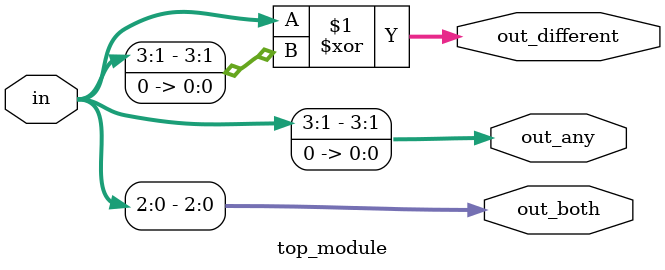
<source format=sv>
module top_module (
    input [3:0] in,
    output [2:0] out_both,
    output [3:0] out_any,
    output [3:0] out_different
);

assign out_both = in[2:0];
assign out_any = {in[3:1], 1'b0};
assign out_different = in ^ {in[3:1], 1'b0};

endmodule

</source>
